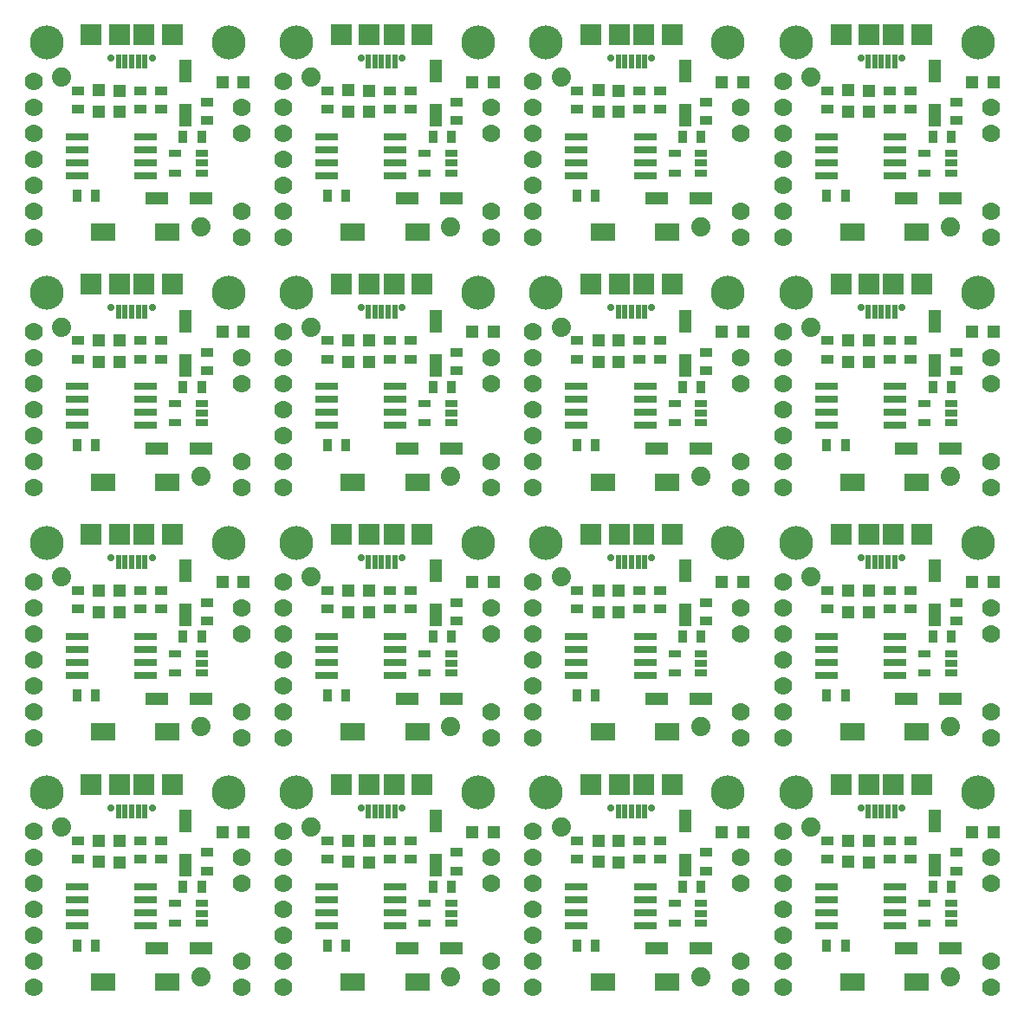
<source format=gts>
G75*
G70*
%OFA0B0*%
%FSLAX25Y25*%
%IPPOS*%
%LPD*%
%AMOC8*
5,1,8,0,0,1.08239X$1,22.5*
%
%ADD10C,0.13060*%
%ADD11R,0.09100X0.02800*%
%ADD12C,0.07000*%
%ADD15R,0.04600X0.09000*%
%ADD16C,0.02760*%
%ADD17R,0.07880X0.07880*%
%ADD26C,0.07400*%
%ADD31R,0.05120X0.05120*%
%ADD33R,0.05120X0.02570*%
%ADD42R,0.09000X0.04600*%
%ADD45R,0.09460X0.06700*%
%ADD49R,0.03550X0.05120*%
%ADD51R,0.01970X0.05710*%
%ADD52R,0.05120X0.03550*%
X0011000Y0011000D02*
G75*
%LPD*%
D11*
X0032640Y0039810D03*
X0032640Y0044810D03*
X0032640Y0049810D03*
X0032640Y0054810D03*
X0059140Y0054810D03*
X0059140Y0049810D03*
X0059140Y0044810D03*
X0059140Y0039810D03*
D52*
X0082630Y0060910D03*
X0082630Y0067990D03*
X0065000Y0065460D03*
X0065000Y0072540D03*
X0057000Y0072540D03*
X0057000Y0065460D03*
X0033000Y0065460D03*
X0033000Y0072540D03*
D15*
X0074510Y0080110D03*
X0074510Y0063110D03*
D49*
X0073580Y0054740D03*
X0080670Y0054740D03*
X0039930Y0032140D03*
X0032850Y0032140D03*
D31*
X0041100Y0064370D03*
X0049000Y0064270D03*
X0049000Y0072530D03*
X0041100Y0072630D03*
X0088660Y0075810D03*
X0096930Y0075810D03*
D33*
X0080620Y0048330D03*
X0080620Y0044590D03*
X0080620Y0040850D03*
X0070380Y0040850D03*
X0070380Y0048330D03*
D10*
X0091000Y0091000D03*
X0021000Y0091000D03*
D45*
X0042700Y0018100D03*
X0067500Y0018100D03*
D51*
X0058930Y0083660D03*
X0056370Y0083660D03*
X0053810Y0083660D03*
X0051250Y0083660D03*
X0048690Y0083660D03*
D17*
X0049090Y0094190D03*
X0058530Y0094190D03*
X0069360Y0094190D03*
X0038260Y0094190D03*
D16*
X0045940Y0085140D03*
X0061680Y0085140D03*
D12*
X0016000Y0016000D03*
X0016000Y0026000D03*
X0016000Y0036000D03*
X0016000Y0046000D03*
X0016000Y0056000D03*
X0016000Y0066000D03*
X0016000Y0076000D03*
X0096000Y0066000D03*
X0096000Y0056000D03*
X0096000Y0026000D03*
X0096000Y0016000D03*
D42*
X0080500Y0031000D03*
X0063500Y0031000D03*
D26*
X0080400Y0020200D03*
X0026700Y0077800D03*
X0011000Y0107250D02*
G75*
%LPD*%
D11*
X0032640Y0136060D03*
X0032640Y0141060D03*
X0032640Y0146060D03*
X0032640Y0151060D03*
X0059140Y0151060D03*
X0059140Y0146060D03*
X0059140Y0141060D03*
X0059140Y0136060D03*
D52*
X0082630Y0157160D03*
X0082630Y0164240D03*
X0065000Y0161710D03*
X0065000Y0168790D03*
X0057000Y0168790D03*
X0057000Y0161710D03*
X0033000Y0161710D03*
X0033000Y0168790D03*
D15*
X0074510Y0176360D03*
X0074510Y0159360D03*
D49*
X0073580Y0150990D03*
X0080670Y0150990D03*
X0039930Y0128390D03*
X0032850Y0128390D03*
D31*
X0041100Y0160620D03*
X0049000Y0160520D03*
X0049000Y0168780D03*
X0041100Y0168880D03*
X0088660Y0172060D03*
X0096930Y0172060D03*
D33*
X0080620Y0144580D03*
X0080620Y0140840D03*
X0080620Y0137100D03*
X0070380Y0137100D03*
X0070380Y0144580D03*
D10*
X0091000Y0187250D03*
X0021000Y0187250D03*
D45*
X0042700Y0114350D03*
X0067500Y0114350D03*
D51*
X0058930Y0179910D03*
X0056370Y0179910D03*
X0053810Y0179910D03*
X0051250Y0179910D03*
X0048690Y0179910D03*
D17*
X0049090Y0190440D03*
X0058530Y0190440D03*
X0069360Y0190440D03*
X0038260Y0190440D03*
D16*
X0045940Y0181390D03*
X0061680Y0181390D03*
D12*
X0016000Y0112250D03*
X0016000Y0122250D03*
X0016000Y0132250D03*
X0016000Y0142250D03*
X0016000Y0152250D03*
X0016000Y0162250D03*
X0016000Y0172250D03*
X0096000Y0162250D03*
X0096000Y0152250D03*
X0096000Y0122250D03*
X0096000Y0112250D03*
D42*
X0080500Y0127250D03*
X0063500Y0127250D03*
D26*
X0080400Y0116450D03*
X0026700Y0174050D03*
X0011000Y0203500D02*
G75*
%LPD*%
D11*
X0032640Y0232310D03*
X0032640Y0237310D03*
X0032640Y0242310D03*
X0032640Y0247310D03*
X0059140Y0247310D03*
X0059140Y0242310D03*
X0059140Y0237310D03*
X0059140Y0232310D03*
D52*
X0082630Y0253410D03*
X0082630Y0260490D03*
X0065000Y0257960D03*
X0065000Y0265040D03*
X0057000Y0265040D03*
X0057000Y0257960D03*
X0033000Y0257960D03*
X0033000Y0265040D03*
D15*
X0074510Y0272610D03*
X0074510Y0255610D03*
D49*
X0073580Y0247240D03*
X0080670Y0247240D03*
X0039930Y0224640D03*
X0032850Y0224640D03*
D31*
X0041100Y0256870D03*
X0049000Y0256770D03*
X0049000Y0265030D03*
X0041100Y0265130D03*
X0088660Y0268310D03*
X0096930Y0268310D03*
D33*
X0080620Y0240830D03*
X0080620Y0237090D03*
X0080620Y0233350D03*
X0070380Y0233350D03*
X0070380Y0240830D03*
D10*
X0091000Y0283500D03*
X0021000Y0283500D03*
D45*
X0042700Y0210600D03*
X0067500Y0210600D03*
D51*
X0058930Y0276160D03*
X0056370Y0276160D03*
X0053810Y0276160D03*
X0051250Y0276160D03*
X0048690Y0276160D03*
D17*
X0049090Y0286690D03*
X0058530Y0286690D03*
X0069360Y0286690D03*
X0038260Y0286690D03*
D16*
X0045940Y0277640D03*
X0061680Y0277640D03*
D12*
X0016000Y0208500D03*
X0016000Y0218500D03*
X0016000Y0228500D03*
X0016000Y0238500D03*
X0016000Y0248500D03*
X0016000Y0258500D03*
X0016000Y0268500D03*
X0096000Y0258500D03*
X0096000Y0248500D03*
X0096000Y0218500D03*
X0096000Y0208500D03*
D42*
X0080500Y0223500D03*
X0063500Y0223500D03*
D26*
X0080400Y0212700D03*
X0026700Y0270300D03*
X0011000Y0299750D02*
G75*
%LPD*%
D11*
X0032640Y0328560D03*
X0032640Y0333560D03*
X0032640Y0338560D03*
X0032640Y0343560D03*
X0059140Y0343560D03*
X0059140Y0338560D03*
X0059140Y0333560D03*
X0059140Y0328560D03*
D52*
X0082630Y0349660D03*
X0082630Y0356740D03*
X0065000Y0354210D03*
X0065000Y0361290D03*
X0057000Y0361290D03*
X0057000Y0354210D03*
X0033000Y0354210D03*
X0033000Y0361290D03*
D15*
X0074510Y0368860D03*
X0074510Y0351860D03*
D49*
X0073580Y0343490D03*
X0080670Y0343490D03*
X0039930Y0320890D03*
X0032850Y0320890D03*
D31*
X0041100Y0353120D03*
X0049000Y0353020D03*
X0049000Y0361280D03*
X0041100Y0361380D03*
X0088660Y0364560D03*
X0096930Y0364560D03*
D33*
X0080620Y0337080D03*
X0080620Y0333340D03*
X0080620Y0329600D03*
X0070380Y0329600D03*
X0070380Y0337080D03*
D10*
X0091000Y0379750D03*
X0021000Y0379750D03*
D45*
X0042700Y0306850D03*
X0067500Y0306850D03*
D51*
X0058930Y0372410D03*
X0056370Y0372410D03*
X0053810Y0372410D03*
X0051250Y0372410D03*
X0048690Y0372410D03*
D17*
X0049090Y0382940D03*
X0058530Y0382940D03*
X0069360Y0382940D03*
X0038260Y0382940D03*
D16*
X0045940Y0373890D03*
X0061680Y0373890D03*
D12*
X0016000Y0304750D03*
X0016000Y0314750D03*
X0016000Y0324750D03*
X0016000Y0334750D03*
X0016000Y0344750D03*
X0016000Y0354750D03*
X0016000Y0364750D03*
X0096000Y0354750D03*
X0096000Y0344750D03*
X0096000Y0314750D03*
X0096000Y0304750D03*
D42*
X0080500Y0319750D03*
X0063500Y0319750D03*
D26*
X0080400Y0308950D03*
X0026700Y0366550D03*
X0107130Y0011000D02*
G75*
%LPD*%
D11*
X0128770Y0039810D03*
X0128770Y0044810D03*
X0128770Y0049810D03*
X0128770Y0054810D03*
X0155270Y0054810D03*
X0155270Y0049810D03*
X0155270Y0044810D03*
X0155270Y0039810D03*
D52*
X0178760Y0060910D03*
X0178760Y0067990D03*
X0161130Y0065460D03*
X0161130Y0072540D03*
X0153130Y0072540D03*
X0153130Y0065460D03*
X0129130Y0065460D03*
X0129130Y0072540D03*
D15*
X0170640Y0080110D03*
X0170640Y0063110D03*
D49*
X0169710Y0054740D03*
X0176800Y0054740D03*
X0136060Y0032140D03*
X0128980Y0032140D03*
D31*
X0137230Y0064370D03*
X0145130Y0064270D03*
X0145130Y0072530D03*
X0137230Y0072630D03*
X0184790Y0075810D03*
X0193060Y0075810D03*
D33*
X0176750Y0048330D03*
X0176750Y0044590D03*
X0176750Y0040850D03*
X0166510Y0040850D03*
X0166510Y0048330D03*
D10*
X0187130Y0091000D03*
X0117130Y0091000D03*
D45*
X0138830Y0018100D03*
X0163630Y0018100D03*
D51*
X0155060Y0083660D03*
X0152500Y0083660D03*
X0149940Y0083660D03*
X0147380Y0083660D03*
X0144820Y0083660D03*
D17*
X0145220Y0094190D03*
X0154660Y0094190D03*
X0165490Y0094190D03*
X0134390Y0094190D03*
D16*
X0142070Y0085140D03*
X0157810Y0085140D03*
D12*
X0112130Y0016000D03*
X0112130Y0026000D03*
X0112130Y0036000D03*
X0112130Y0046000D03*
X0112130Y0056000D03*
X0112130Y0066000D03*
X0112130Y0076000D03*
X0192130Y0066000D03*
X0192130Y0056000D03*
X0192130Y0026000D03*
X0192130Y0016000D03*
D42*
X0176630Y0031000D03*
X0159630Y0031000D03*
D26*
X0176530Y0020200D03*
X0122830Y0077800D03*
X0107130Y0107250D02*
G75*
%LPD*%
D11*
X0128770Y0136060D03*
X0128770Y0141060D03*
X0128770Y0146060D03*
X0128770Y0151060D03*
X0155270Y0151060D03*
X0155270Y0146060D03*
X0155270Y0141060D03*
X0155270Y0136060D03*
D52*
X0178760Y0157160D03*
X0178760Y0164240D03*
X0161130Y0161710D03*
X0161130Y0168790D03*
X0153130Y0168790D03*
X0153130Y0161710D03*
X0129130Y0161710D03*
X0129130Y0168790D03*
D15*
X0170640Y0176360D03*
X0170640Y0159360D03*
D49*
X0169710Y0150990D03*
X0176800Y0150990D03*
X0136060Y0128390D03*
X0128980Y0128390D03*
D31*
X0137230Y0160620D03*
X0145130Y0160520D03*
X0145130Y0168780D03*
X0137230Y0168880D03*
X0184790Y0172060D03*
X0193060Y0172060D03*
D33*
X0176750Y0144580D03*
X0176750Y0140840D03*
X0176750Y0137100D03*
X0166510Y0137100D03*
X0166510Y0144580D03*
D10*
X0187130Y0187250D03*
X0117130Y0187250D03*
D45*
X0138830Y0114350D03*
X0163630Y0114350D03*
D51*
X0155060Y0179910D03*
X0152500Y0179910D03*
X0149940Y0179910D03*
X0147380Y0179910D03*
X0144820Y0179910D03*
D17*
X0145220Y0190440D03*
X0154660Y0190440D03*
X0165490Y0190440D03*
X0134390Y0190440D03*
D16*
X0142070Y0181390D03*
X0157810Y0181390D03*
D12*
X0112130Y0112250D03*
X0112130Y0122250D03*
X0112130Y0132250D03*
X0112130Y0142250D03*
X0112130Y0152250D03*
X0112130Y0162250D03*
X0112130Y0172250D03*
X0192130Y0162250D03*
X0192130Y0152250D03*
X0192130Y0122250D03*
X0192130Y0112250D03*
D42*
X0176630Y0127250D03*
X0159630Y0127250D03*
D26*
X0176530Y0116450D03*
X0122830Y0174050D03*
X0107130Y0203500D02*
G75*
%LPD*%
D11*
X0128770Y0232310D03*
X0128770Y0237310D03*
X0128770Y0242310D03*
X0128770Y0247310D03*
X0155270Y0247310D03*
X0155270Y0242310D03*
X0155270Y0237310D03*
X0155270Y0232310D03*
D52*
X0178760Y0253410D03*
X0178760Y0260490D03*
X0161130Y0257960D03*
X0161130Y0265040D03*
X0153130Y0265040D03*
X0153130Y0257960D03*
X0129130Y0257960D03*
X0129130Y0265040D03*
D15*
X0170640Y0272610D03*
X0170640Y0255610D03*
D49*
X0169710Y0247240D03*
X0176800Y0247240D03*
X0136060Y0224640D03*
X0128980Y0224640D03*
D31*
X0137230Y0256870D03*
X0145130Y0256770D03*
X0145130Y0265030D03*
X0137230Y0265130D03*
X0184790Y0268310D03*
X0193060Y0268310D03*
D33*
X0176750Y0240830D03*
X0176750Y0237090D03*
X0176750Y0233350D03*
X0166510Y0233350D03*
X0166510Y0240830D03*
D10*
X0187130Y0283500D03*
X0117130Y0283500D03*
D45*
X0138830Y0210600D03*
X0163630Y0210600D03*
D51*
X0155060Y0276160D03*
X0152500Y0276160D03*
X0149940Y0276160D03*
X0147380Y0276160D03*
X0144820Y0276160D03*
D17*
X0145220Y0286690D03*
X0154660Y0286690D03*
X0165490Y0286690D03*
X0134390Y0286690D03*
D16*
X0142070Y0277640D03*
X0157810Y0277640D03*
D12*
X0112130Y0208500D03*
X0112130Y0218500D03*
X0112130Y0228500D03*
X0112130Y0238500D03*
X0112130Y0248500D03*
X0112130Y0258500D03*
X0112130Y0268500D03*
X0192130Y0258500D03*
X0192130Y0248500D03*
X0192130Y0218500D03*
X0192130Y0208500D03*
D42*
X0176630Y0223500D03*
X0159630Y0223500D03*
D26*
X0176530Y0212700D03*
X0122830Y0270300D03*
X0107130Y0299750D02*
G75*
%LPD*%
D11*
X0128770Y0328560D03*
X0128770Y0333560D03*
X0128770Y0338560D03*
X0128770Y0343560D03*
X0155270Y0343560D03*
X0155270Y0338560D03*
X0155270Y0333560D03*
X0155270Y0328560D03*
D52*
X0178760Y0349660D03*
X0178760Y0356740D03*
X0161130Y0354210D03*
X0161130Y0361290D03*
X0153130Y0361290D03*
X0153130Y0354210D03*
X0129130Y0354210D03*
X0129130Y0361290D03*
D15*
X0170640Y0368860D03*
X0170640Y0351860D03*
D49*
X0169710Y0343490D03*
X0176800Y0343490D03*
X0136060Y0320890D03*
X0128980Y0320890D03*
D31*
X0137230Y0353120D03*
X0145130Y0353020D03*
X0145130Y0361280D03*
X0137230Y0361380D03*
X0184790Y0364560D03*
X0193060Y0364560D03*
D33*
X0176750Y0337080D03*
X0176750Y0333340D03*
X0176750Y0329600D03*
X0166510Y0329600D03*
X0166510Y0337080D03*
D10*
X0187130Y0379750D03*
X0117130Y0379750D03*
D45*
X0138830Y0306850D03*
X0163630Y0306850D03*
D51*
X0155060Y0372410D03*
X0152500Y0372410D03*
X0149940Y0372410D03*
X0147380Y0372410D03*
X0144820Y0372410D03*
D17*
X0145220Y0382940D03*
X0154660Y0382940D03*
X0165490Y0382940D03*
X0134390Y0382940D03*
D16*
X0142070Y0373890D03*
X0157810Y0373890D03*
D12*
X0112130Y0304750D03*
X0112130Y0314750D03*
X0112130Y0324750D03*
X0112130Y0334750D03*
X0112130Y0344750D03*
X0112130Y0354750D03*
X0112130Y0364750D03*
X0192130Y0354750D03*
X0192130Y0344750D03*
X0192130Y0314750D03*
X0192130Y0304750D03*
D42*
X0176630Y0319750D03*
X0159630Y0319750D03*
D26*
X0176530Y0308950D03*
X0122830Y0366550D03*
X0203260Y0011000D02*
G75*
%LPD*%
D11*
X0224900Y0039810D03*
X0224900Y0044810D03*
X0224900Y0049810D03*
X0224900Y0054810D03*
X0251400Y0054810D03*
X0251400Y0049810D03*
X0251400Y0044810D03*
X0251400Y0039810D03*
D52*
X0274890Y0060910D03*
X0274890Y0067990D03*
X0257260Y0065460D03*
X0257260Y0072540D03*
X0249260Y0072540D03*
X0249260Y0065460D03*
X0225260Y0065460D03*
X0225260Y0072540D03*
D15*
X0266770Y0080110D03*
X0266770Y0063110D03*
D49*
X0265840Y0054740D03*
X0272930Y0054740D03*
X0232190Y0032140D03*
X0225110Y0032140D03*
D31*
X0233360Y0064370D03*
X0241260Y0064270D03*
X0241260Y0072530D03*
X0233360Y0072630D03*
X0280920Y0075810D03*
X0289190Y0075810D03*
D33*
X0272880Y0048330D03*
X0272880Y0044590D03*
X0272880Y0040850D03*
X0262640Y0040850D03*
X0262640Y0048330D03*
D10*
X0283260Y0091000D03*
X0213260Y0091000D03*
D45*
X0234960Y0018100D03*
X0259760Y0018100D03*
D51*
X0251190Y0083660D03*
X0248630Y0083660D03*
X0246070Y0083660D03*
X0243510Y0083660D03*
X0240950Y0083660D03*
D17*
X0241350Y0094190D03*
X0250790Y0094190D03*
X0261620Y0094190D03*
X0230520Y0094190D03*
D16*
X0238200Y0085140D03*
X0253940Y0085140D03*
D12*
X0208260Y0016000D03*
X0208260Y0026000D03*
X0208260Y0036000D03*
X0208260Y0046000D03*
X0208260Y0056000D03*
X0208260Y0066000D03*
X0208260Y0076000D03*
X0288260Y0066000D03*
X0288260Y0056000D03*
X0288260Y0026000D03*
X0288260Y0016000D03*
D42*
X0272760Y0031000D03*
X0255760Y0031000D03*
D26*
X0272660Y0020200D03*
X0218960Y0077800D03*
X0203260Y0107250D02*
G75*
%LPD*%
D11*
X0224900Y0136060D03*
X0224900Y0141060D03*
X0224900Y0146060D03*
X0224900Y0151060D03*
X0251400Y0151060D03*
X0251400Y0146060D03*
X0251400Y0141060D03*
X0251400Y0136060D03*
D52*
X0274890Y0157160D03*
X0274890Y0164240D03*
X0257260Y0161710D03*
X0257260Y0168790D03*
X0249260Y0168790D03*
X0249260Y0161710D03*
X0225260Y0161710D03*
X0225260Y0168790D03*
D15*
X0266770Y0176360D03*
X0266770Y0159360D03*
D49*
X0265840Y0150990D03*
X0272930Y0150990D03*
X0232190Y0128390D03*
X0225110Y0128390D03*
D31*
X0233360Y0160620D03*
X0241260Y0160520D03*
X0241260Y0168780D03*
X0233360Y0168880D03*
X0280920Y0172060D03*
X0289190Y0172060D03*
D33*
X0272880Y0144580D03*
X0272880Y0140840D03*
X0272880Y0137100D03*
X0262640Y0137100D03*
X0262640Y0144580D03*
D10*
X0283260Y0187250D03*
X0213260Y0187250D03*
D45*
X0234960Y0114350D03*
X0259760Y0114350D03*
D51*
X0251190Y0179910D03*
X0248630Y0179910D03*
X0246070Y0179910D03*
X0243510Y0179910D03*
X0240950Y0179910D03*
D17*
X0241350Y0190440D03*
X0250790Y0190440D03*
X0261620Y0190440D03*
X0230520Y0190440D03*
D16*
X0238200Y0181390D03*
X0253940Y0181390D03*
D12*
X0208260Y0112250D03*
X0208260Y0122250D03*
X0208260Y0132250D03*
X0208260Y0142250D03*
X0208260Y0152250D03*
X0208260Y0162250D03*
X0208260Y0172250D03*
X0288260Y0162250D03*
X0288260Y0152250D03*
X0288260Y0122250D03*
X0288260Y0112250D03*
D42*
X0272760Y0127250D03*
X0255760Y0127250D03*
D26*
X0272660Y0116450D03*
X0218960Y0174050D03*
X0203260Y0203500D02*
G75*
%LPD*%
D11*
X0224900Y0232310D03*
X0224900Y0237310D03*
X0224900Y0242310D03*
X0224900Y0247310D03*
X0251400Y0247310D03*
X0251400Y0242310D03*
X0251400Y0237310D03*
X0251400Y0232310D03*
D52*
X0274890Y0253410D03*
X0274890Y0260490D03*
X0257260Y0257960D03*
X0257260Y0265040D03*
X0249260Y0265040D03*
X0249260Y0257960D03*
X0225260Y0257960D03*
X0225260Y0265040D03*
D15*
X0266770Y0272610D03*
X0266770Y0255610D03*
D49*
X0265840Y0247240D03*
X0272930Y0247240D03*
X0232190Y0224640D03*
X0225110Y0224640D03*
D31*
X0233360Y0256870D03*
X0241260Y0256770D03*
X0241260Y0265030D03*
X0233360Y0265130D03*
X0280920Y0268310D03*
X0289190Y0268310D03*
D33*
X0272880Y0240830D03*
X0272880Y0237090D03*
X0272880Y0233350D03*
X0262640Y0233350D03*
X0262640Y0240830D03*
D10*
X0283260Y0283500D03*
X0213260Y0283500D03*
D45*
X0234960Y0210600D03*
X0259760Y0210600D03*
D51*
X0251190Y0276160D03*
X0248630Y0276160D03*
X0246070Y0276160D03*
X0243510Y0276160D03*
X0240950Y0276160D03*
D17*
X0241350Y0286690D03*
X0250790Y0286690D03*
X0261620Y0286690D03*
X0230520Y0286690D03*
D16*
X0238200Y0277640D03*
X0253940Y0277640D03*
D12*
X0208260Y0208500D03*
X0208260Y0218500D03*
X0208260Y0228500D03*
X0208260Y0238500D03*
X0208260Y0248500D03*
X0208260Y0258500D03*
X0208260Y0268500D03*
X0288260Y0258500D03*
X0288260Y0248500D03*
X0288260Y0218500D03*
X0288260Y0208500D03*
D42*
X0272760Y0223500D03*
X0255760Y0223500D03*
D26*
X0272660Y0212700D03*
X0218960Y0270300D03*
X0203260Y0299750D02*
G75*
%LPD*%
D11*
X0224900Y0328560D03*
X0224900Y0333560D03*
X0224900Y0338560D03*
X0224900Y0343560D03*
X0251400Y0343560D03*
X0251400Y0338560D03*
X0251400Y0333560D03*
X0251400Y0328560D03*
D52*
X0274890Y0349660D03*
X0274890Y0356740D03*
X0257260Y0354210D03*
X0257260Y0361290D03*
X0249260Y0361290D03*
X0249260Y0354210D03*
X0225260Y0354210D03*
X0225260Y0361290D03*
D15*
X0266770Y0368860D03*
X0266770Y0351860D03*
D49*
X0265840Y0343490D03*
X0272930Y0343490D03*
X0232190Y0320890D03*
X0225110Y0320890D03*
D31*
X0233360Y0353120D03*
X0241260Y0353020D03*
X0241260Y0361280D03*
X0233360Y0361380D03*
X0280920Y0364560D03*
X0289190Y0364560D03*
D33*
X0272880Y0337080D03*
X0272880Y0333340D03*
X0272880Y0329600D03*
X0262640Y0329600D03*
X0262640Y0337080D03*
D10*
X0283260Y0379750D03*
X0213260Y0379750D03*
D45*
X0234960Y0306850D03*
X0259760Y0306850D03*
D51*
X0251190Y0372410D03*
X0248630Y0372410D03*
X0246070Y0372410D03*
X0243510Y0372410D03*
X0240950Y0372410D03*
D17*
X0241350Y0382940D03*
X0250790Y0382940D03*
X0261620Y0382940D03*
X0230520Y0382940D03*
D16*
X0238200Y0373890D03*
X0253940Y0373890D03*
D12*
X0208260Y0304750D03*
X0208260Y0314750D03*
X0208260Y0324750D03*
X0208260Y0334750D03*
X0208260Y0344750D03*
X0208260Y0354750D03*
X0208260Y0364750D03*
X0288260Y0354750D03*
X0288260Y0344750D03*
X0288260Y0314750D03*
X0288260Y0304750D03*
D42*
X0272760Y0319750D03*
X0255760Y0319750D03*
D26*
X0272660Y0308950D03*
X0218960Y0366550D03*
X0299390Y0011000D02*
G75*
%LPD*%
D11*
X0321030Y0039810D03*
X0321030Y0044810D03*
X0321030Y0049810D03*
X0321030Y0054810D03*
X0347530Y0054810D03*
X0347530Y0049810D03*
X0347530Y0044810D03*
X0347530Y0039810D03*
D52*
X0371020Y0060910D03*
X0371020Y0067990D03*
X0353390Y0065460D03*
X0353390Y0072540D03*
X0345390Y0072540D03*
X0345390Y0065460D03*
X0321390Y0065460D03*
X0321390Y0072540D03*
D15*
X0362900Y0080110D03*
X0362900Y0063110D03*
D49*
X0361970Y0054740D03*
X0369060Y0054740D03*
X0328320Y0032140D03*
X0321240Y0032140D03*
D31*
X0329490Y0064370D03*
X0337390Y0064270D03*
X0337390Y0072530D03*
X0329490Y0072630D03*
X0377050Y0075810D03*
X0385320Y0075810D03*
D33*
X0369010Y0048330D03*
X0369010Y0044590D03*
X0369010Y0040850D03*
X0358770Y0040850D03*
X0358770Y0048330D03*
D10*
X0379390Y0091000D03*
X0309390Y0091000D03*
D45*
X0331090Y0018100D03*
X0355890Y0018100D03*
D51*
X0347320Y0083660D03*
X0344760Y0083660D03*
X0342200Y0083660D03*
X0339640Y0083660D03*
X0337080Y0083660D03*
D17*
X0337480Y0094190D03*
X0346920Y0094190D03*
X0357750Y0094190D03*
X0326650Y0094190D03*
D16*
X0334330Y0085140D03*
X0350070Y0085140D03*
D12*
X0304390Y0016000D03*
X0304390Y0026000D03*
X0304390Y0036000D03*
X0304390Y0046000D03*
X0304390Y0056000D03*
X0304390Y0066000D03*
X0304390Y0076000D03*
X0384390Y0066000D03*
X0384390Y0056000D03*
X0384390Y0026000D03*
X0384390Y0016000D03*
D42*
X0368890Y0031000D03*
X0351890Y0031000D03*
D26*
X0368790Y0020200D03*
X0315090Y0077800D03*
X0299390Y0107250D02*
G75*
%LPD*%
D11*
X0321030Y0136060D03*
X0321030Y0141060D03*
X0321030Y0146060D03*
X0321030Y0151060D03*
X0347530Y0151060D03*
X0347530Y0146060D03*
X0347530Y0141060D03*
X0347530Y0136060D03*
D52*
X0371020Y0157160D03*
X0371020Y0164240D03*
X0353390Y0161710D03*
X0353390Y0168790D03*
X0345390Y0168790D03*
X0345390Y0161710D03*
X0321390Y0161710D03*
X0321390Y0168790D03*
D15*
X0362900Y0176360D03*
X0362900Y0159360D03*
D49*
X0361970Y0150990D03*
X0369060Y0150990D03*
X0328320Y0128390D03*
X0321240Y0128390D03*
D31*
X0329490Y0160620D03*
X0337390Y0160520D03*
X0337390Y0168780D03*
X0329490Y0168880D03*
X0377050Y0172060D03*
X0385320Y0172060D03*
D33*
X0369010Y0144580D03*
X0369010Y0140840D03*
X0369010Y0137100D03*
X0358770Y0137100D03*
X0358770Y0144580D03*
D10*
X0379390Y0187250D03*
X0309390Y0187250D03*
D45*
X0331090Y0114350D03*
X0355890Y0114350D03*
D51*
X0347320Y0179910D03*
X0344760Y0179910D03*
X0342200Y0179910D03*
X0339640Y0179910D03*
X0337080Y0179910D03*
D17*
X0337480Y0190440D03*
X0346920Y0190440D03*
X0357750Y0190440D03*
X0326650Y0190440D03*
D16*
X0334330Y0181390D03*
X0350070Y0181390D03*
D12*
X0304390Y0112250D03*
X0304390Y0122250D03*
X0304390Y0132250D03*
X0304390Y0142250D03*
X0304390Y0152250D03*
X0304390Y0162250D03*
X0304390Y0172250D03*
X0384390Y0162250D03*
X0384390Y0152250D03*
X0384390Y0122250D03*
X0384390Y0112250D03*
D42*
X0368890Y0127250D03*
X0351890Y0127250D03*
D26*
X0368790Y0116450D03*
X0315090Y0174050D03*
X0299390Y0203500D02*
G75*
%LPD*%
D11*
X0321030Y0232310D03*
X0321030Y0237310D03*
X0321030Y0242310D03*
X0321030Y0247310D03*
X0347530Y0247310D03*
X0347530Y0242310D03*
X0347530Y0237310D03*
X0347530Y0232310D03*
D52*
X0371020Y0253410D03*
X0371020Y0260490D03*
X0353390Y0257960D03*
X0353390Y0265040D03*
X0345390Y0265040D03*
X0345390Y0257960D03*
X0321390Y0257960D03*
X0321390Y0265040D03*
D15*
X0362900Y0272610D03*
X0362900Y0255610D03*
D49*
X0361970Y0247240D03*
X0369060Y0247240D03*
X0328320Y0224640D03*
X0321240Y0224640D03*
D31*
X0329490Y0256870D03*
X0337390Y0256770D03*
X0337390Y0265030D03*
X0329490Y0265130D03*
X0377050Y0268310D03*
X0385320Y0268310D03*
D33*
X0369010Y0240830D03*
X0369010Y0237090D03*
X0369010Y0233350D03*
X0358770Y0233350D03*
X0358770Y0240830D03*
D10*
X0379390Y0283500D03*
X0309390Y0283500D03*
D45*
X0331090Y0210600D03*
X0355890Y0210600D03*
D51*
X0347320Y0276160D03*
X0344760Y0276160D03*
X0342200Y0276160D03*
X0339640Y0276160D03*
X0337080Y0276160D03*
D17*
X0337480Y0286690D03*
X0346920Y0286690D03*
X0357750Y0286690D03*
X0326650Y0286690D03*
D16*
X0334330Y0277640D03*
X0350070Y0277640D03*
D12*
X0304390Y0208500D03*
X0304390Y0218500D03*
X0304390Y0228500D03*
X0304390Y0238500D03*
X0304390Y0248500D03*
X0304390Y0258500D03*
X0304390Y0268500D03*
X0384390Y0258500D03*
X0384390Y0248500D03*
X0384390Y0218500D03*
X0384390Y0208500D03*
D42*
X0368890Y0223500D03*
X0351890Y0223500D03*
D26*
X0368790Y0212700D03*
X0315090Y0270300D03*
X0299390Y0299750D02*
G75*
%LPD*%
D11*
X0321030Y0328560D03*
X0321030Y0333560D03*
X0321030Y0338560D03*
X0321030Y0343560D03*
X0347530Y0343560D03*
X0347530Y0338560D03*
X0347530Y0333560D03*
X0347530Y0328560D03*
D52*
X0371020Y0349660D03*
X0371020Y0356740D03*
X0353390Y0354210D03*
X0353390Y0361290D03*
X0345390Y0361290D03*
X0345390Y0354210D03*
X0321390Y0354210D03*
X0321390Y0361290D03*
D15*
X0362900Y0368860D03*
X0362900Y0351860D03*
D49*
X0361970Y0343490D03*
X0369060Y0343490D03*
X0328320Y0320890D03*
X0321240Y0320890D03*
D31*
X0329490Y0353120D03*
X0337390Y0353020D03*
X0337390Y0361280D03*
X0329490Y0361380D03*
X0377050Y0364560D03*
X0385320Y0364560D03*
D33*
X0369010Y0337080D03*
X0369010Y0333340D03*
X0369010Y0329600D03*
X0358770Y0329600D03*
X0358770Y0337080D03*
D10*
X0379390Y0379750D03*
X0309390Y0379750D03*
D45*
X0331090Y0306850D03*
X0355890Y0306850D03*
D51*
X0347320Y0372410D03*
X0344760Y0372410D03*
X0342200Y0372410D03*
X0339640Y0372410D03*
X0337080Y0372410D03*
D17*
X0337480Y0382940D03*
X0346920Y0382940D03*
X0357750Y0382940D03*
X0326650Y0382940D03*
D16*
X0334330Y0373890D03*
X0350070Y0373890D03*
D12*
X0304390Y0304750D03*
X0304390Y0314750D03*
X0304390Y0324750D03*
X0304390Y0334750D03*
X0304390Y0344750D03*
X0304390Y0354750D03*
X0304390Y0364750D03*
X0384390Y0354750D03*
X0384390Y0344750D03*
X0384390Y0314750D03*
X0384390Y0304750D03*
D42*
X0368890Y0319750D03*
X0351890Y0319750D03*
D26*
X0368790Y0308950D03*
X0315090Y0366550D03*
M02*

</source>
